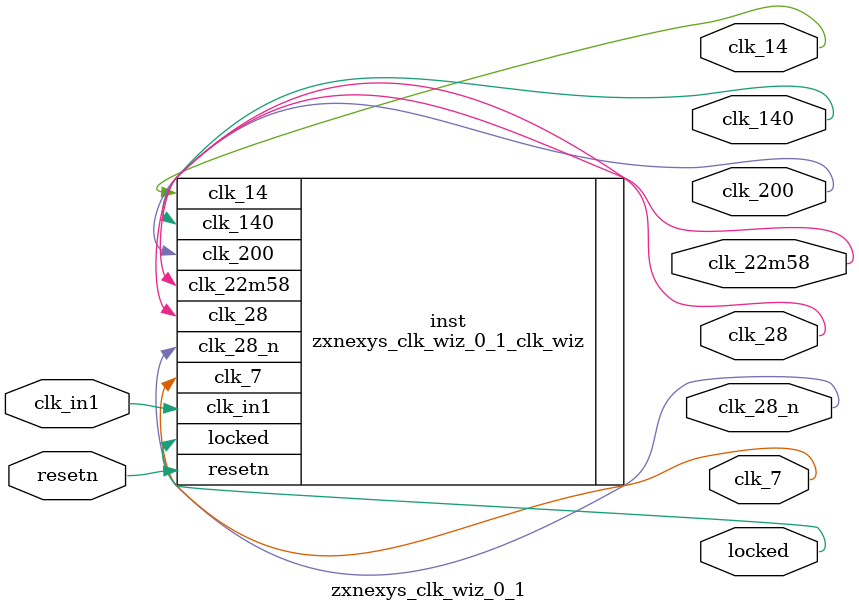
<source format=v>


`timescale 1ps/1ps

(* CORE_GENERATION_INFO = "zxnexys_clk_wiz_0_1,clk_wiz_v6_0_9_0_0,{component_name=zxnexys_clk_wiz_0_1,use_phase_alignment=true,use_min_o_jitter=false,use_max_i_jitter=false,use_dyn_phase_shift=false,use_inclk_switchover=false,use_dyn_reconfig=false,enable_axi=0,feedback_source=FDBK_AUTO,PRIMITIVE=MMCM,num_out_clk=7,clkin1_period=10.000,clkin2_period=10.000,use_power_down=false,use_reset=true,use_locked=true,use_inclk_stopped=false,feedback_type=SINGLE,CLOCK_MGR_TYPE=NA,manual_override=false}" *)

module zxnexys_clk_wiz_0_1 
 (
  // Clock out ports
  output        clk_200,
  output        clk_140,
  output        clk_28_n,
  output        clk_28,
  output        clk_22m58,
  output        clk_14,
  output        clk_7,
  // Status and control signals
  input         resetn,
  output        locked,
 // Clock in ports
  input         clk_in1
 );

  zxnexys_clk_wiz_0_1_clk_wiz inst
  (
  // Clock out ports  
  .clk_200(clk_200),
  .clk_140(clk_140),
  .clk_28_n(clk_28_n),
  .clk_28(clk_28),
  .clk_22m58(clk_22m58),
  .clk_14(clk_14),
  .clk_7(clk_7),
  // Status and control signals               
  .resetn(resetn), 
  .locked(locked),
 // Clock in ports
  .clk_in1(clk_in1)
  );

endmodule

</source>
